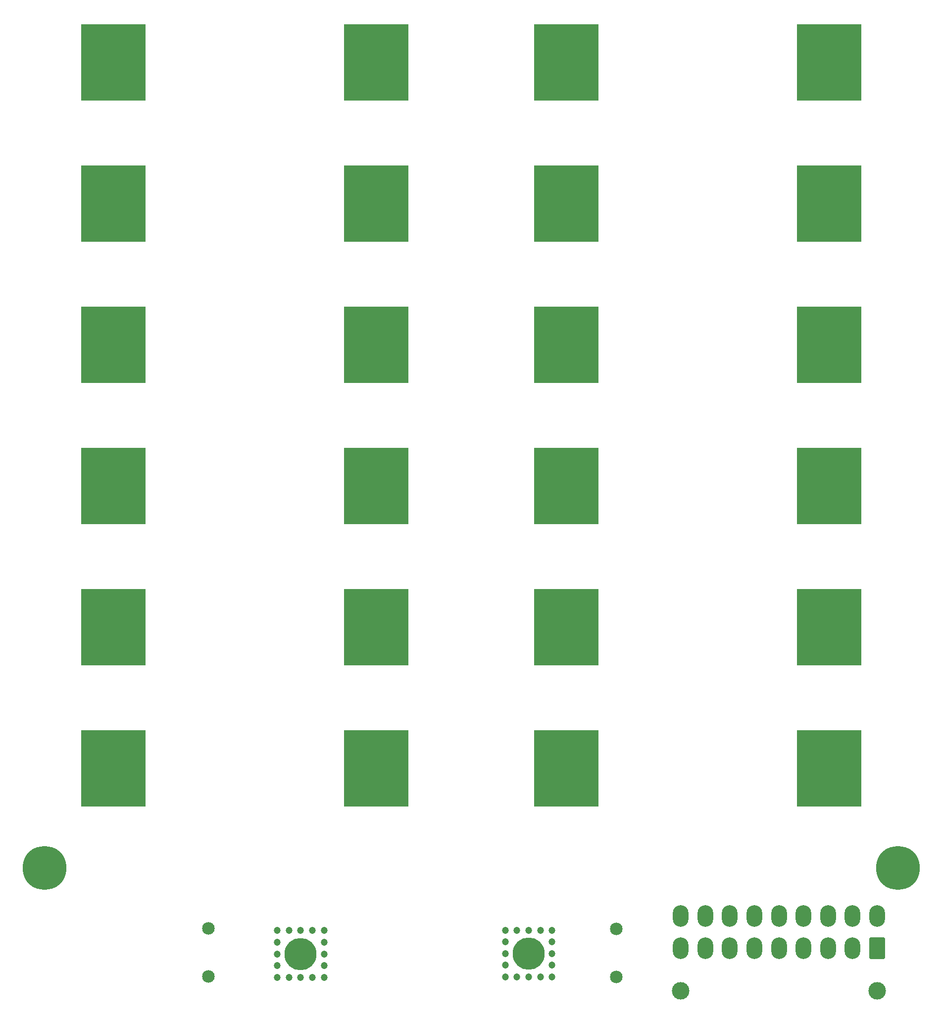
<source format=gbs>
G04 #@! TF.GenerationSoftware,KiCad,Pcbnew,8.0.5*
G04 #@! TF.CreationDate,2025-02-18T14:52:24-08:00*
G04 #@! TF.ProjectId,URBAN_CELL_BOARD,55524241-4e5f-4434-954c-4c5f424f4152,rev?*
G04 #@! TF.SameCoordinates,Original*
G04 #@! TF.FileFunction,Soldermask,Bot*
G04 #@! TF.FilePolarity,Negative*
%FSLAX46Y46*%
G04 Gerber Fmt 4.6, Leading zero omitted, Abs format (unit mm)*
G04 Created by KiCad (PCBNEW 8.0.5) date 2025-02-18 14:52:24*
%MOMM*%
%LPD*%
G01*
G04 APERTURE LIST*
G04 Aperture macros list*
%AMRoundRect*
0 Rectangle with rounded corners*
0 $1 Rounding radius*
0 $2 $3 $4 $5 $6 $7 $8 $9 X,Y pos of 4 corners*
0 Add a 4 corners polygon primitive as box body*
4,1,4,$2,$3,$4,$5,$6,$7,$8,$9,$2,$3,0*
0 Add four circle primitives for the rounded corners*
1,1,$1+$1,$2,$3*
1,1,$1+$1,$4,$5*
1,1,$1+$1,$6,$7*
1,1,$1+$1,$8,$9*
0 Add four rect primitives between the rounded corners*
20,1,$1+$1,$2,$3,$4,$5,0*
20,1,$1+$1,$4,$5,$6,$7,0*
20,1,$1+$1,$6,$7,$8,$9,0*
20,1,$1+$1,$8,$9,$2,$3,0*%
G04 Aperture macros list end*
%ADD10C,9.000000*%
%ADD11R,11.000000X13.000000*%
%ADD12C,2.154000*%
%ADD13C,3.000000*%
%ADD14RoundRect,0.250001X1.099999X1.599999X-1.099999X1.599999X-1.099999X-1.599999X1.099999X-1.599999X0*%
%ADD15O,2.700000X3.700000*%
%ADD16C,7.500000*%
%ADD17C,5.500000*%
%ADD18C,1.200000*%
G04 APERTURE END LIST*
D10*
X148629000Y-119750000D03*
D11*
X148629000Y-119750000D03*
D10*
X103689000Y-119750000D03*
D11*
X103689000Y-119750000D03*
D10*
X226129000Y-119750000D03*
D11*
X226129000Y-119750000D03*
D10*
X181189000Y-119750000D03*
D11*
X181189000Y-119750000D03*
D12*
X119945000Y-267787500D03*
X119945000Y-275987500D03*
D10*
X148629000Y-143884000D03*
D11*
X148629000Y-143884000D03*
D10*
X103689000Y-143884000D03*
D11*
X103689000Y-143884000D03*
D10*
X226129000Y-168018000D03*
D11*
X226129000Y-168018000D03*
D10*
X181189000Y-168018000D03*
D11*
X181189000Y-168018000D03*
D12*
X189675000Y-267875000D03*
X189675000Y-276075000D03*
D13*
X234315000Y-278445000D03*
X200715000Y-278445000D03*
D14*
X234315000Y-271145000D03*
D15*
X230115000Y-271145000D03*
X225915000Y-271145000D03*
X221715000Y-271145000D03*
X217515000Y-271145000D03*
X213315000Y-271145000D03*
X209115000Y-271145000D03*
X204915000Y-271145000D03*
X200715000Y-271145000D03*
X234315000Y-265645000D03*
X230115000Y-265645000D03*
X225915000Y-265645000D03*
X221715000Y-265645000D03*
X217515000Y-265645000D03*
X213315000Y-265645000D03*
X209115000Y-265645000D03*
X204915000Y-265645000D03*
X200715000Y-265645000D03*
D10*
X148629000Y-192153000D03*
D11*
X148629000Y-192153000D03*
D10*
X103689000Y-192153000D03*
D11*
X103689000Y-192153000D03*
D10*
X226129000Y-192153000D03*
D11*
X226129000Y-192153000D03*
D10*
X181189000Y-192153000D03*
D11*
X181189000Y-192153000D03*
D10*
X148629000Y-168018000D03*
D11*
X148629000Y-168018000D03*
D10*
X103689000Y-168018000D03*
D11*
X103689000Y-168018000D03*
D10*
X226129000Y-216287000D03*
D11*
X226129000Y-216287000D03*
D10*
X181189000Y-216287000D03*
D11*
X181189000Y-216287000D03*
D16*
X237879000Y-257421000D03*
D17*
X135710000Y-272150000D03*
D18*
X131710000Y-268150000D03*
X131710000Y-270150000D03*
X131710000Y-272150000D03*
X131710000Y-274150000D03*
X131710000Y-276150000D03*
X133710000Y-268150000D03*
X133710000Y-276150000D03*
X135710001Y-268150000D03*
X135710001Y-276150000D03*
X137710000Y-268150000D03*
X137710000Y-276150000D03*
X139710000Y-268150000D03*
X139710000Y-270150000D03*
X139710000Y-272150000D03*
X139710000Y-274150000D03*
X139710000Y-276150000D03*
D10*
X148629000Y-240421000D03*
D11*
X148629000Y-240421000D03*
D10*
X103689000Y-240421000D03*
D11*
X103689000Y-240421000D03*
D18*
X178720000Y-276080000D03*
X178720000Y-274080000D03*
X178720000Y-272080000D03*
X178720000Y-270080000D03*
X178720000Y-268080000D03*
X176720000Y-276080000D03*
X176720000Y-268080000D03*
X174720001Y-276080000D03*
X174720001Y-268080000D03*
X172720000Y-276080000D03*
X172720000Y-268080000D03*
X170720000Y-276080000D03*
X170720000Y-274080000D03*
X170720000Y-272080000D03*
X170720000Y-270080000D03*
X170720000Y-268080000D03*
D17*
X174720000Y-272080000D03*
D10*
X226129000Y-240421000D03*
D11*
X226129000Y-240421000D03*
D10*
X181189000Y-240421000D03*
D11*
X181189000Y-240421000D03*
D16*
X91879000Y-257421000D03*
D10*
X148629000Y-216287000D03*
D11*
X148629000Y-216287000D03*
D10*
X103689000Y-216287000D03*
D11*
X103689000Y-216287000D03*
D10*
X226129000Y-143884000D03*
D11*
X226129000Y-143884000D03*
D10*
X181189000Y-143884000D03*
D11*
X181189000Y-143884000D03*
M02*

</source>
